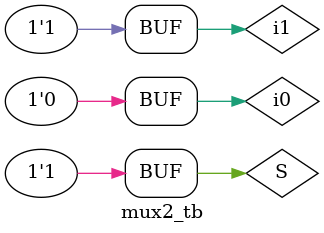
<source format=v>
module mux2(input S,input i0,i1,output Y);
  assign Y=S?i1:10;
endmodule
module mux2_tb;
  reg S,i0,i1;
  wire Y;
  mux2 mu(S,i0,i1,Y);
  initial begin
    $monitor("S=%h,i0=%h,i1=%h--->y=%h",S,i0,i1,Y);
    i0=0;i1=1;
    S=0;
    #10;
    S=1;
  end
endmodule

</source>
